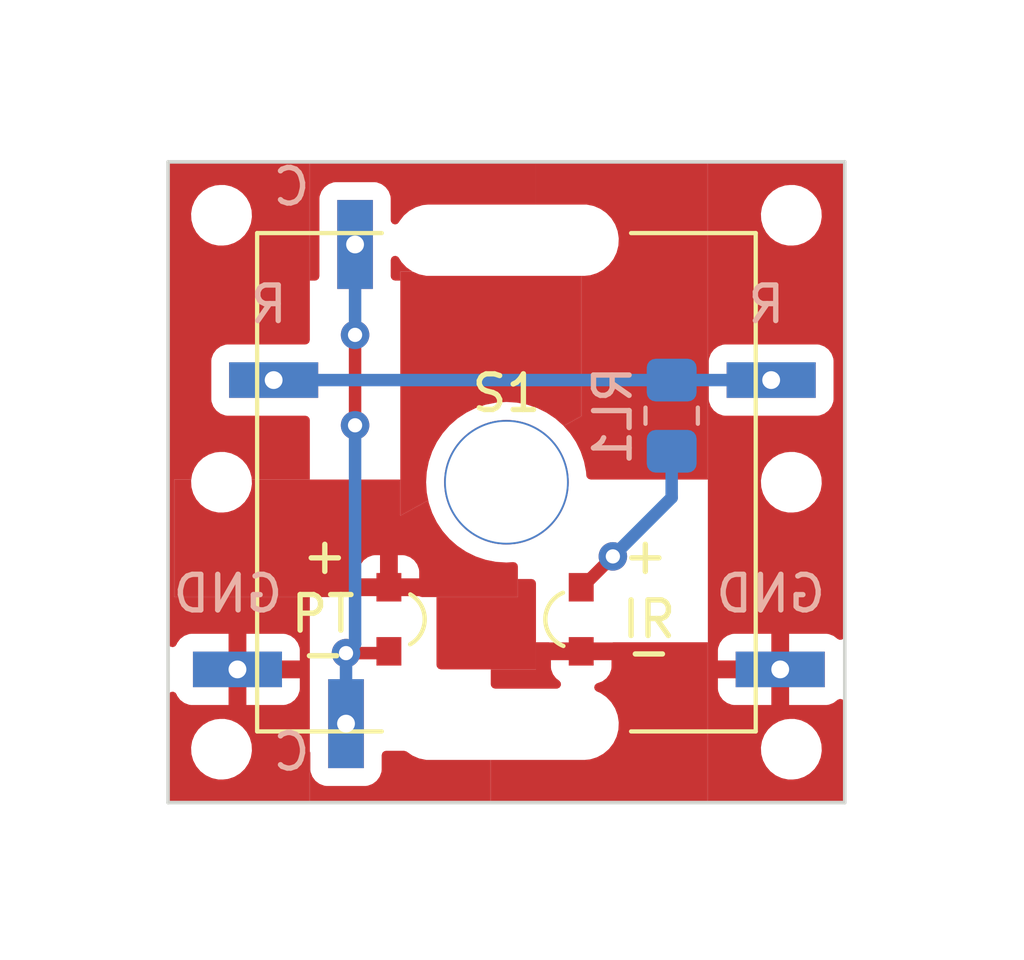
<source format=kicad_pcb>
(kicad_pcb (version 20221018) (generator pcbnew)
  (layers (0 "F.Cu" signal) (31 "B.Cu" signal) (34 "B.Paste" user) (35 "F.Paste" user) (36 "B.SilkS" user "B.Silkscreen") (37 "F.SilkS" user "F.Silkscreen") (38 "B.Mask" user) (39 "F.Mask" user) (44 "Edge.Cuts" user))
  (net 0 "")
  (net 1 "Net-(J1-Pin_1)")
  (net 2 "Net-(S1-IR_A)")
  (net 3 "GND")
  (net 4 "Net-(J2-Pin_1)")
  (footprint "Giri-Kailh-Choc-Library:MountingHole_1.2mm_M1" (layer "F.Cu") (at 141.94 99.924)
    (fp_text reference "H6")
    (fp_text value "MountingHole")
    (pad "" np_thru_hole circle (at 0.06 0.076) (size 1.2 1.2) (drill 1.2) (layers "F&B.Cu" "*.Mask"))
  )
  (footprint "Giri-Kailh-Choc-Library:TestPoint_THTPad_1.0x2.5mm_Drill0.5mm" (layer "F.Cu") (at 157.688 105.258)
    (fp_text reference "J6")
    (fp_text value "Conn_01x01_Male")
    (pad "1" thru_hole rect (at 0 0) (size 2.5 1) (drill 0.5) (layers "*.Cu" "*.Mask") (net 3 "GND"))
  )
  (footprint "Giri-Kailh-Choc-Library:MountingHole_1.2mm_M1" (layer "F.Cu") (at 158.196 92.304)
    (fp_text reference "H3")
    (fp_text value "MountingHole")
    (pad "" np_thru_hole circle (at -0.196 0.196) (size 1.2 1.2) (drill 1.2) (layers "F&B.Cu" "*.Mask"))
  )
  (footprint "Giri-Kailh-Choc-Library:TestPoint_THTPad_1.0x2.5mm_Drill0.5mm" (layer "F.Cu") (at 142.448 105.258)
    (fp_text reference "J5")
    (fp_text value "Conn_01x01_Male")
    (pad "1" thru_hole rect (at 0 0) (size 2.5 1) (drill 0.5) (layers "*.Cu" "*.Mask") (net 3 "GND"))
  )
  (footprint "Giri-Kailh-Choc-Library:MountingHole_1.2mm_M1" (layer "F.Cu") (at 158.196 99.924)
    (fp_text reference "H5")
    (fp_text value "MountingHole")
    (pad "" np_thru_hole circle (at -0.196 0.076) (size 1.2 1.2) (drill 1.2) (layers "F&B.Cu" "*.Mask"))
  )
  (footprint "MyFootprints:Keychron_Optical_Switch_1u" (layer "F.Cu") (at 150 100)
    (fp_text reference "S1" (at 0 -2.5 unlocked) (layer "F.SilkS"))
    (fp_text value "OptSw")
    (fp_text user "-" (at 4 4.75 unlocked) (layer "F.SilkS"))
    (fp_text user "+" (at -5.1 2.05 unlocked) (layer "F.SilkS"))
    (fp_text user "PT" (at -5.15 3.7 unlocked) (layer "F.SilkS"))
    (fp_text user "+" (at 3.9 2.05 unlocked) (layer "F.SilkS"))
    (fp_text user "IR" (at 4 3.85 unlocked) (layer "F.SilkS"))
    (fp_text user "-" (at -5.15 4.8 unlocked) (layer "F.SilkS"))
    (fp_line (start -7 -7) (end -7 7) (stroke (width 0.12)) (layer "F.SilkS"))
    (fp_line (start -7 -7) (end -3.5 -7) (stroke (width 0.12)) (layer "F.SilkS"))
    (fp_line (start -7 7) (end -3.5 7) (stroke (width 0.12)) (layer "F.SilkS"))
    (fp_line (start 7 -7) (end 3.5 -7) (stroke (width 0.12)) (layer "F.SilkS"))
    (fp_line (start 7 7) (end 3.5 7) (stroke (width 0.12)) (layer "F.SilkS"))
    (fp_line (start 7 7) (end 7 -7) (stroke (width 0.12)) (layer "F.SilkS"))
    (fp_arc (start -2.7 3.150001) (mid -2.29378 3.852724) (end -2.704739 4.552686) (stroke (width 0.12)) (layer "F.SilkS"))
    (fp_arc (start 1.6 4.599999) (mid 1.092247 3.855769) (end 1.589318 3.104362) (stroke (width 0.12)) (layer "F.SilkS"))
    (pad "" np_thru_hole oval (at 0 -6.8) (size 5.8 1.5) (drill oval 5.8 1.5) (layers "F&B.Cu" "*.Mask"))
    (pad "" np_thru_hole circle (at 0 0) (size 3.5 3.5) (drill 3.4) (layers "F&B.Cu" "*.Mask"))
    (pad "" np_thru_hole oval (at 0 6.8) (size 5.8 1.5) (drill oval 5.8 1.5) (layers "F&B.Cu" "*.Mask"))
    (pad "1" smd rect (at 2.1 2.95) (size 0.7 0.8) (layers "F.Cu" "F.Paste" "F.Mask") (net 2 "Net-(S1-IR_A)"))
    (pad "2" smd rect (at 2.1 4.75) (size 0.7 0.8) (layers "F.Cu" "F.Paste" "F.Mask") (net 3 "GND"))
    (pad "3" smd rect (at -3.3 4.75) (size 0.7 0.8) (layers "F.Cu" "F.Paste" "F.Mask") (net 4 "Net-(J2-Pin_1)"))
    (pad "4" smd rect (at -3.3 2.95) (size 0.7 0.8) (layers "F.Cu" "F.Paste" "F.Mask") (net 3 "GND"))
  )
  (footprint "Giri-Kailh-Choc-Library:TestPoint_THTPad_1.0x2.5mm_Drill0.5mm" (layer "F.Cu") (at 145.75 93.32 90)
    (fp_text reference "J2")
    (fp_text value "Conn_01x01_Male")
    (pad "1" thru_hole rect (at 0 0 90) (size 2.5 1) (drill 0.5) (layers "*.Cu" "*.Mask") (net 4 "Net-(J2-Pin_1)"))
  )
  (footprint "Giri-Kailh-Choc-Library:TestPoint_THTPad_1.0x2.5mm_Drill0.5mm" (layer "F.Cu") (at 143.464 97.13)
    (fp_text reference "J4")
    (fp_text value "Conn_01x01_Male")
    (pad "1" thru_hole rect (at 0 0) (size 2.5 1) (drill 0.5) (layers "*.Cu" "*.Mask") (net 1 "Net-(J1-Pin_1)"))
  )
  (footprint "Giri-Kailh-Choc-Library:TestPoint_THTPad_1.0x2.5mm_Drill0.5mm" (layer "F.Cu") (at 145.496 106.782 90)
    (fp_text reference "J3")
    (fp_text value "Conn_01x01_Male")
    (pad "1" thru_hole rect (at 0 0 90) (size 2.5 1) (drill 0.5) (layers "*.Cu" "*.Mask") (net 4 "Net-(J2-Pin_1)"))
  )
  (footprint "Giri-Kailh-Choc-Library:MountingHole_1.2mm_M1" (layer "F.Cu") (at 141.8892 92.3548)
    (fp_text reference "H2")
    (fp_text value "MountingHole")
    (pad "" np_thru_hole circle (at 0.1108 0.1452) (size 1.2 1.2) (drill 1.2) (layers "F&B.Cu" "*.Mask"))
  )
  (footprint "Giri-Kailh-Choc-Library:MountingHole_1.2mm_M1" (layer "F.Cu") (at 158.244 107.544)
    (fp_text reference "H4")
    (fp_text value "MountingHole")
    (pad "" np_thru_hole circle (at -0.244 -0.044) (size 1.2 1.2) (drill 1.2) (layers "F&B.Cu" "*.Mask"))
  )
  (footprint "Giri-Kailh-Choc-Library:MountingHole_1.2mm_M1" (layer "F.Cu") (at 141.8892 107.544)
    (fp_text reference "H1")
    (fp_text value "MountingHole")
    (pad "" np_thru_hole circle (at 0.1108 -0.044) (size 1.2 1.2) (drill 1.2) (layers "F&B.Cu" "*.Mask"))
  )
  (footprint "Resistor_SMD:R_0805_2012Metric_Pad1.20x1.40mm_HandSolder" (layer "B.Cu") (at 154.64 98.13 -90)
    (fp_text reference "RL1" (at 0 1.65 90) (layer "B.SilkS") (effects (justify mirror)))
    (fp_text value "R_IR")
    (fp_line (start -0.227064 -0.735) (end 0.227064 -0.735) (stroke (width 0.12)) (layer "B.SilkS"))
    (fp_line (start -0.227064 0.735) (end 0.227064 0.735) (stroke (width 0.12)) (layer "B.SilkS"))
    (pad "1" smd roundrect (at -1 0 270) (size 1.2 1.4) (layers "B.Cu" "B.Paste" "B.Mask") (roundrect_rratio 0.2083333333) (net 1 "Net-(J1-Pin_1)"))
    (pad "2" smd roundrect (at 1 0 270) (size 1.2 1.4) (layers "B.Cu" "B.Paste" "B.Mask") (roundrect_rratio 0.2083333333) (net 2 "Net-(S1-IR_A)"))
  )
  (footprint "Giri-Kailh-Choc-Library:TestPoint_THTPad_1.0x2.5mm_Drill0.5mm" (layer "B.Cu") (at 157.434 97.13 180)
    (fp_text reference "J1")
    (fp_text value "Conn_01x01_Male")
    (pad "1" thru_hole rect (at 0 0 180) (size 2.5 1) (drill 0.5) (layers "*.Cu" "*.Mask") (net 1 "Net-(J1-Pin_1)"))
  )
  (gr_line (start 159.5 91) (end 140.5 91) (stroke (width 0.1)) (layer "Edge.Cuts"))
  (gr_line (start 140.5 109) (end 159.5 109) (stroke (width 0.1)) (layer "Edge.Cuts"))
  (gr_line (start 140.5 91) (end 140.5 109) (stroke (width 0.1)) (layer "Edge.Cuts"))
  (gr_line (start 159.5 109) (end 159.5 91) (stroke (width 0.1)) (layer "Edge.Cuts"))
  (gr_text "GND" (at 159.042 103.716) (layer "B.SilkS") (effects (font (size 1 1)) (justify left bottom mirror)))
  (gr_text "R" (at 143.929 95.588) (layer "B.SilkS") (effects (font (size 1 1)) (justify left bottom mirror)))
  (gr_text "C" (at 144.564 108.161) (layer "B.SilkS") (effects (font (size 1 1)) (justify left bottom mirror)))
  (gr_text "C" (at 144.564 92.286) (layer "B.SilkS") (effects (font (size 1 1)) (justify left bottom mirror)))
  (gr_text "GND" (at 143.802 103.716) (layer "B.SilkS") (effects (font (size 1 1)) (justify left bottom mirror)))
  (gr_text "R" (at 157.899 95.588) (layer "B.SilkS") (effects (font (size 1 1)) (justify left bottom mirror)))
  (segment (start 154.64 97.13) (end 157.434 97.13) (width 0.35) (layer "B.Cu") (net 1))
  (segment (start 154.64 97.13) (end 143.464 97.13) (width 0.35) (layer "B.Cu") (net 1))
  (segment (start 153.116 101.956) (end 152.989 102.083) (width 0.35) (layer "F.Cu") (net 2))
  (segment (start 152.1 102.95) (end 152.122 102.95) (width 0.35) (layer "F.Cu") (net 2))
  (segment (start 152.122 102.95) (end 152.989 102.083) (width 0.35) (layer "F.Cu") (net 2))
  (via (at 152.989 102.083) (size 0.8) (drill 0.4) (layers "F.Cu" "B.Cu") (net 2))
  (segment (start 152.989 102.083) (end 154.64 100.432) (width 0.35) (layer "B.Cu") (net 2))
  (segment (start 154.64 100.432) (end 154.64 99.13) (width 0.35) (layer "B.Cu") (net 2))
  (segment (start 146.6492 104.8008) (end 146.7 104.75) (width 0.35) (layer "F.Cu") (net 4))
  (segment (start 145.75 98.4) (end 145.75 95.86) (width 0.35) (layer "F.Cu") (net 4))
  (segment (start 145.496 104.8008) (end 146.6492 104.8008) (width 0.35) (layer "F.Cu") (net 4))
  (via (at 145.75 98.4) (size 0.8) (drill 0.4) (layers "F.Cu" "B.Cu") (net 4))
  (via (at 145.75 95.86) (size 0.8) (drill 0.4) (layers "F.Cu" "B.Cu") (net 4))
  (via (at 145.496 104.8008) (size 0.8) (drill 0.4) (layers "F.Cu" "B.Cu") (net 4))
  (segment (start 145.496 106.528) (end 145.75 106.782) (width 0.35) (layer "B.Cu") (net 4))
  (segment (start 145.75 95.86) (end 145.75 93.32) (width 0.35) (layer "B.Cu") (net 4))
  (segment (start 145.75 104.5468) (end 145.75 98.4) (width 0.35) (layer "B.Cu") (net 4))
  (segment (start 145.496 104.8008) (end 145.496 106.528) (width 0.35) (layer "B.Cu") (net 4))
  (segment (start 145.496 104.8008) (end 145.75 104.5468) (width 0.35) (layer "B.Cu") (net 4))
  (zone (net 3) (net_name "GND") (layer "F.Cu") (connect_pads (clearance 0.5)) (min_thickness 0.25) (fill yes (thermal_gap 0.5) (thermal_bridge_width 0.5))
    (polygon (pts (xy 149.56 104.496) (xy 159.466 104.496) (xy 159.466 109.322) (xy 149.56 109.322)))
  )
  (zone (net 3) (net_name "GND") (layer "F.Cu") (priority 7) (connect_pads (clearance 0.5)) (min_thickness 0.25) (fill yes (thermal_gap 0.5) (thermal_bridge_width 0.5))
    (polygon (pts (xy 140.416 90.526) (xy 140.416 109.322) (xy 144.48 109.322) (xy 144.48 90.526)))
  )
  (zone (net 3) (net_name "GND") (layer "F.Cu") (priority 3) (connect_pads (clearance 0.5)) (min_thickness 0.25) (fill yes (thermal_gap 0.5) (thermal_bridge_width 0.5))
    (polygon (pts (xy 150.83 90.526) (xy 159.466 90.526) (xy 159.466 99.924) (xy 150.83 99.924)))
  )
  (zone (net 3) (net_name "GND") (layer "F.Cu") (priority 8) (connect_pads (clearance 0.5)) (min_thickness 0.25) (fill yes (thermal_gap 0.5) (thermal_bridge_width 0.5))
    (polygon (pts (xy 140.67 103.226) (xy 150.322 103.226) (xy 150.322 99.924) (xy 140.67 99.924)))
  )
  (zone (net 3) (net_name "GND") (layer "F.Cu") (priority 1) (connect_pads (clearance 0.5)) (min_thickness 0.25) (fill yes (thermal_gap 0.5) (thermal_bridge_width 0.5))
    (polygon (pts (xy 140.67 90.526) (xy 150.83 90.526) (xy 150.83 94.336) (xy 140.67 94.336)))
  )
  (zone (net 3) (net_name "GND") (layer "F.Cu") (priority 9) (connect_pads (clearance 0.5)) (min_thickness 0.25) (fill yes (thermal_gap 0.5) (thermal_bridge_width 0.5))
    (polygon (pts (xy 147.02 94.082) (xy 147.02 100.94) (xy 152.1 98.146) (xy 152.1 94.082)))
  )
  (zone (net 3) (net_name "GND") (layer "F.Cu") (priority 4) (connect_pads (clearance 0.5)) (min_thickness 0.25) (fill yes (thermal_gap 0.5) (thermal_bridge_width 0.5))
    (polygon (pts (xy 159.72 109.322) (xy 155.656 109.322) (xy 155.656 90.526) (xy 159.72 90.526)))
  )
  (zone (net 3) (net_name "GND") (layer "F.Cu") (priority 2) (connect_pads (clearance 0.5)) (min_thickness 0.25) (fill yes (thermal_gap 0.5) (thermal_bridge_width 0.5))
    (polygon (pts (xy 148.036 102.718) (xy 148.036 105.258) (xy 150.83 105.258) (xy 150.83 102.718)))
  )
  (zone (net 3) (net_name "GND") (layer "F.Cu") (priority 6) (connect_pads (clearance 0.5)) (min_thickness 0.25) (fill yes (thermal_gap 0.5) (thermal_bridge_width 0.5))
    (polygon (pts (xy 144.48 109.322) (xy 149.56 109.322) (xy 149.56 107.544) (xy 144.48 107.544)))
  )
)
</source>
